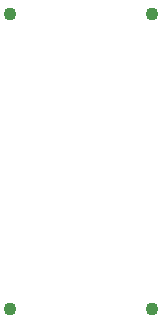
<source format=gbp>
G04 #@! TF.GenerationSoftware,KiCad,Pcbnew,8.0.1*
G04 #@! TF.CreationDate,2024-04-12T13:03:15-07:00*
G04 #@! TF.ProjectId,Pinlight_panel,50696e6c-6967-4687-945f-70616e656c2e,rev?*
G04 #@! TF.SameCoordinates,Original*
G04 #@! TF.FileFunction,Paste,Bot*
G04 #@! TF.FilePolarity,Positive*
%FSLAX46Y46*%
G04 Gerber Fmt 4.6, Leading zero omitted, Abs format (unit mm)*
G04 Created by KiCad (PCBNEW 8.0.1) date 2024-04-12 13:03:15*
%MOMM*%
%LPD*%
G01*
G04 APERTURE LIST*
%ADD10C,1.100000*%
G04 APERTURE END LIST*
D10*
X154500000Y-47499500D03*
X154500000Y-22500000D03*
X142500000Y-22500000D03*
X142500000Y-47499500D03*
M02*

</source>
